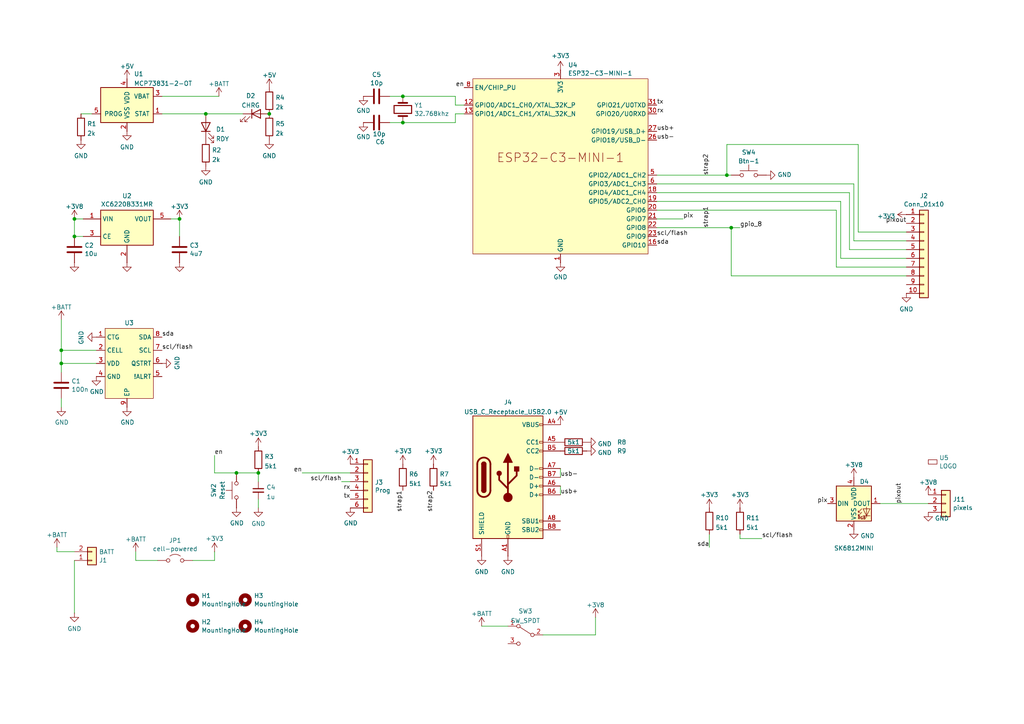
<source format=kicad_sch>
(kicad_sch (version 20250114) (generator "eeschema") (generator_version "9.0")
  (paper "A4")
  (lib_symbols
    (symbol "0_aaaaa_yeah:R" (pin_numbers (hide yes)) (pin_names (offset 0))
      (property "Reference" "R" (at 2.032 0 90))
      (property "Value" "R" (at 0 0 90))
      (symbol "R_0_1"
        (rectangle (start -1.016 -2.54) (end 1.016 2.54) (stroke (width 0.254)))
      )
      (symbol "R_1_1"
        (pin passive line (at 0 3.81 270) (length 1.27) (name "~") (number "1"))
        (pin passive line (at 0 -3.81 90) (length 1.27) (name "~") (number "2"))
      )
    )
    (symbol "AnymaLib-06:MAX17048"
      (property "Reference" "U" (at 0.254 20.066 0))
      (symbol "MAX17048_1_1"
        (rectangle (start -6.35 19.05) (end 7.62 -1.27) (fill (type background)))
        (pin input line (at -8.89 16.51 0) (length 2.54) (name "CTG") (number "1"))
        (pin input line (at -8.89 12.7 0) (length 2.54) (name "CELL") (number "2"))
        (pin input line (at -8.89 8.89 0) (length 2.54) (name "VDD") (number "3"))
        (pin input line (at -8.89 5.08 0) (length 2.54) (name "GND") (number "4"))
        (pin input line (at 0 -3.81 90) (length 2.54) (name "EP") (number "9"))
        (pin input line (at 10.16 16.51 180) (length 2.54) (name "SDA") (number "8"))
        (pin input line (at 10.16 12.7 180) (length 2.54) (name "SCL") (number "7"))
        (pin input line (at 10.16 8.89 180) (length 2.54) (name "QSTRT") (number "6"))
        (pin input line (at 10.16 5.08 180) (length 2.54) (name "!ALRT") (number "5"))
      )
    )
    (symbol "Anyma_Library:LOGO" (pin_names (offset 1.016))
      (property "Reference" "U" (at 0 3.81 0))
      (property "Value" "LOGO" (at 0 0 0))
      (symbol "LOGO_0_1"
        (rectangle (start -1.27 2.54) (end 1.27 1.27))
      )
    )
    (symbol "Battery_Management:MCP73831-2-OT" (pin_names (offset 1.016))
      (property "Reference" "U" (at -7.62 6.35 0))
      (property "Value" "MCP73831-2-OT" (at 1.27 6.35 0))
      (symbol "MCP73831-2-OT_0_1"
        (rectangle (start -7.62 5.08) (end 7.62 -5.08) (stroke (width 0.254)) (fill (type background)))
      )
      (symbol "MCP73831-2-OT_1_1"
        (pin input line (at -10.16 -2.54 0) (length 2.54) (name "PROG") (number "5"))
        (pin power_in line (at 0 7.62 270) (length 2.54) (name "VDD") (number "4"))
        (pin power_in line (at 0 -7.62 90) (length 2.54) (name "VSS") (number "2"))
        (pin power_out line (at 10.16 2.54 180) (length 2.54) (name "VBAT") (number "3"))
        (pin output line (at 10.16 -2.54 180) (length 2.54) (name "STAT") (number "1"))
      )
    )
    (symbol "Connector:USB_C_Receptacle_USB2.0" (pin_names (offset 1.016))
      (property "Reference" "J" (at -10.16 19.05 0))
      (property "Value" "USB_C_Receptacle_USB2.0" (at 19.05 19.05 0))
      (symbol "USB_C_Receptacle_USB2.0_0_0"
        (rectangle (start -0.254 -17.78) (end 0.254 -16.764))
        (rectangle (start 10.16 15.494) (end 9.144 14.986))
        (rectangle (start 10.16 10.414) (end 9.144 9.906))
        (rectangle (start 10.16 7.874) (end 9.144 7.366))
        (rectangle (start 10.16 2.794) (end 9.144 2.286))
        (rectangle (start 10.16 0.254) (end 9.144 -0.254))
        (rectangle (start 10.16 -2.286) (end 9.144 -2.794))
        (rectangle (start 10.16 -4.826) (end 9.144 -5.334))
        (rectangle (start 10.16 -12.446) (end 9.144 -12.954))
        (rectangle (start 10.16 -14.986) (end 9.144 -15.494))
      )
      (symbol "USB_C_Receptacle_USB2.0_0_1"
        (rectangle (start -10.16 17.78) (end 10.16 -17.78) (stroke (width 0.254)) (fill (type background)))
        (polyline (pts (xy -8.89 -3.81) (xy -8.89 3.81)) (stroke (width 0.508)))
        (rectangle (start -7.62 -3.81) (end -6.35 3.81) (stroke (width 0.254)) (fill (type outline)))
        (arc (start -7.62 3.81) (mid -6.985 4.4422) (end -6.35 3.81) (stroke (width 0.254)))
        (arc (start -7.62 3.81) (mid -6.985 4.4422) (end -6.35 3.81) (stroke (width 0.254)) (fill (type outline)))
        (arc (start -8.89 3.81) (mid -6.985 5.7066) (end -5.08 3.81) (stroke (width 0.508)))
        (arc (start -5.08 -3.81) (mid -6.985 -5.7066) (end -8.89 -3.81) (stroke (width 0.508)))
        (arc (start -6.35 -3.81) (mid -6.985 -4.4422) (end -7.62 -3.81) (stroke (width 0.254)))
        (arc (start -6.35 -3.81) (mid -6.985 -4.4422) (end -7.62 -3.81) (stroke (width 0.254)) (fill (type outline)))
        (polyline (pts (xy -5.08 3.81) (xy -5.08 -3.81)) (stroke (width 0.508)))
        (circle (center -2.54 1.143) (radius 0.635) (stroke (width 0.254)) (fill (type outline)))
        (polyline (pts (xy -1.27 4.318) (xy 0 6.858) (xy 1.27 4.318) (xy -1.27 4.318)) (stroke (width 0.254)) (fill (type outline)))
        (polyline (pts (xy 0 -2.032) (xy 2.54 0.508) (xy 2.54 1.778)) (stroke (width 0.508)))
        (polyline (pts (xy 0 -3.302) (xy -2.54 -0.762) (xy -2.54 0.508)) (stroke (width 0.508)))
        (polyline (pts (xy 0 -5.842) (xy 0 4.318)) (stroke (width 0.508)))
        (circle (center 0 -5.842) (radius 1.27) (fill (type outline)))
        (rectangle (start 1.905 1.778) (end 3.175 3.048) (stroke (width 0.254)) (fill (type outline)))
      )
      (symbol "USB_C_Receptacle_USB2.0_1_1"
        (pin passive line (at -7.62 -22.86 90) (length 5.08) (name "SHIELD") (number "S1"))
        (pin passive line (at 0 -22.86 90) (length 5.08) (name "GND") (number "A1"))
        (pin passive line (at 0 -22.86 90) (length 5.08) (hide yes) (name "GND") (number "A12"))
        (pin passive line (at 0 -22.86 90) (length 5.08) (hide yes) (name "GND") (number "B1"))
        (pin passive line (at 0 -22.86 90) (length 5.08) (hide yes) (name "GND") (number "B12"))
        (pin passive line (at 15.24 15.24 180) (length 5.08) (name "VBUS") (number "A4"))
        (pin passive line (at 15.24 15.24 180) (length 5.08) (hide yes) (name "VBUS") (number "A9"))
        (pin passive line (at 15.24 15.24 180) (length 5.08) (hide yes) (name "VBUS") (number "B4"))
        (pin passive line (at 15.24 15.24 180) (length 5.08) (hide yes) (name "VBUS") (number "B9"))
        (pin bidirectional line (at 15.24 10.16 180) (length 5.08) (name "CC1") (number "A5"))
        (pin bidirectional line (at 15.24 7.62 180) (length 5.08) (name "CC2") (number "B5"))
        (pin bidirectional line (at 15.24 2.54 180) (length 5.08) (name "D-") (number "A7"))
        (pin bidirectional line (at 15.24 0 180) (length 5.08) (name "D-") (number "B7"))
        (pin bidirectional line (at 15.24 -2.54 180) (length 5.08) (name "D+") (number "A6"))
        (pin bidirectional line (at 15.24 -5.08 180) (length 5.08) (name "D+") (number "B6"))
        (pin bidirectional line (at 15.24 -12.7 180) (length 5.08) (name "SBU1") (number "A8"))
        (pin bidirectional line (at 15.24 -15.24 180) (length 5.08) (name "SBU2") (number "B8"))
      )
    )
    (symbol "Connector_Generic:Conn_01x02" (pin_names (offset 1.016) (hide yes))
      (property "Reference" "J" (at 0 2.54 0))
      (property "Value" "Conn_01x02" (at 0 -5.08 0))
      (symbol "Conn_01x02_1_1"
        (rectangle (start -1.27 1.27) (end 1.27 -3.81) (stroke (width 0.254)) (fill (type background)))
        (rectangle (start -1.27 0.127) (end 0 -0.127) (stroke (width 0.1524)))
        (rectangle (start -1.27 -2.413) (end 0 -2.667) (stroke (width 0.1524)))
        (pin passive line (at -5.08 0 0) (length 3.81) (name "Pin_1") (number "1"))
        (pin passive line (at -5.08 -2.54 0) (length 3.81) (name "Pin_2") (number "2"))
      )
    )
    (symbol "Connector_Generic:Conn_01x03" (pin_names (offset 1.016) (hide yes))
      (property "Reference" "J" (at 0 5.08 0))
      (property "Value" "Conn_01x03" (at 0 -5.08 0))
      (symbol "Conn_01x03_1_1"
        (rectangle (start -1.27 3.81) (end 1.27 -3.81) (stroke (width 0.254)) (fill (type background)))
        (rectangle (start -1.27 2.667) (end 0 2.413) (stroke (width 0.1524)))
        (rectangle (start -1.27 0.127) (end 0 -0.127) (stroke (width 0.1524)))
        (rectangle (start -1.27 -2.413) (end 0 -2.667) (stroke (width 0.1524)))
        (pin passive line (at -5.08 2.54 0) (length 3.81) (name "Pin_1") (number "1"))
        (pin passive line (at -5.08 0 0) (length 3.81) (name "Pin_2") (number "2"))
        (pin passive line (at -5.08 -2.54 0) (length 3.81) (name "Pin_3") (number "3"))
      )
    )
    (symbol "Connector_Generic:Conn_01x06" (pin_names (offset 1.016) (hide yes))
      (property "Reference" "J" (at 0 7.62 0))
      (property "Value" "Conn_01x06" (at 0 -10.16 0))
      (symbol "Conn_01x06_1_1"
        (rectangle (start -1.27 6.35) (end 1.27 -8.89) (stroke (width 0.254)) (fill (type background)))
        (rectangle (start -1.27 5.207) (end 0 4.953) (stroke (width 0.1524)))
        (rectangle (start -1.27 2.667) (end 0 2.413) (stroke (width 0.1524)))
        (rectangle (start -1.27 0.127) (end 0 -0.127) (stroke (width 0.1524)))
        (rectangle (start -1.27 -2.413) (end 0 -2.667) (stroke (width 0.1524)))
        (rectangle (start -1.27 -4.953) (end 0 -5.207) (stroke (width 0.1524)))
        (rectangle (start -1.27 -7.493) (end 0 -7.747) (stroke (width 0.1524)))
        (pin passive line (at -5.08 5.08 0) (length 3.81) (name "Pin_1") (number "1"))
        (pin passive line (at -5.08 2.54 0) (length 3.81) (name "Pin_2") (number "2"))
        (pin passive line (at -5.08 0 0) (length 3.81) (name "Pin_3") (number "3"))
        (pin passive line (at -5.08 -2.54 0) (length 3.81) (name "Pin_4") (number "4"))
        (pin passive line (at -5.08 -5.08 0) (length 3.81) (name "Pin_5") (number "5"))
        (pin passive line (at -5.08 -7.62 0) (length 3.81) (name "Pin_6") (number "6"))
      )
    )
    (symbol "Connector_Generic:Conn_01x10" (pin_names (offset 1.016) (hide yes))
      (property "Reference" "J" (at 0 12.7 0))
      (property "Value" "Conn_01x10" (at 0 -15.24 0))
      (symbol "Conn_01x10_1_1"
        (rectangle (start -1.27 11.43) (end 1.27 -13.97) (stroke (width 0.254)) (fill (type background)))
        (rectangle (start -1.27 10.287) (end 0 10.033) (stroke (width 0.1524)))
        (rectangle (start -1.27 7.747) (end 0 7.493) (stroke (width 0.1524)))
        (rectangle (start -1.27 5.207) (end 0 4.953) (stroke (width 0.1524)))
        (rectangle (start -1.27 2.667) (end 0 2.413) (stroke (width 0.1524)))
        (rectangle (start -1.27 0.127) (end 0 -0.127) (stroke (width 0.1524)))
        (rectangle (start -1.27 -2.413) (end 0 -2.667) (stroke (width 0.1524)))
        (rectangle (start -1.27 -4.953) (end 0 -5.207) (stroke (width 0.1524)))
        (rectangle (start -1.27 -7.493) (end 0 -7.747) (stroke (width 0.1524)))
        (rectangle (start -1.27 -10.033) (end 0 -10.287) (stroke (width 0.1524)))
        (rectangle (start -1.27 -12.573) (end 0 -12.827) (stroke (width 0.1524)))
        (pin passive line (at -5.08 10.16 0) (length 3.81) (name "Pin_1") (number "1"))
        (pin passive line (at -5.08 7.62 0) (length 3.81) (name "Pin_2") (number "2"))
        (pin passive line (at -5.08 5.08 0) (length 3.81) (name "Pin_3") (number "3"))
        (pin passive line (at -5.08 2.54 0) (length 3.81) (name "Pin_4") (number "4"))
        (pin passive line (at -5.08 0 0) (length 3.81) (name "Pin_5") (number "5"))
        (pin passive line (at -5.08 -2.54 0) (length 3.81) (name "Pin_6") (number "6"))
        (pin passive line (at -5.08 -5.08 0) (length 3.81) (name "Pin_7") (number "7"))
        (pin passive line (at -5.08 -7.62 0) (length 3.81) (name "Pin_8") (number "8"))
        (pin passive line (at -5.08 -10.16 0) (length 3.81) (name "Pin_9") (number "9"))
        (pin passive line (at -5.08 -12.7 0) (length 3.81) (name "Pin_10") (number "10"))
      )
    )
    (symbol "Device:C" (pin_numbers (hide yes)) (pin_names (offset 0.254))
      (property "Reference" "C" (at 0.635 2.54 0))
      (property "Value" "C" (at 0.635 -2.54 0))
      (symbol "C_0_1"
        (polyline (pts (xy -2.032 0.762) (xy 2.032 0.762)) (stroke (width 0.508)))
        (polyline (pts (xy -2.032 -0.762) (xy 2.032 -0.762)) (stroke (width 0.508)))
      )
      (symbol "C_1_1"
        (pin passive line (at 0 3.81 270) (length 2.794) (name "~") (number "1"))
        (pin passive line (at 0 -3.81 90) (length 2.794) (name "~") (number "2"))
      )
    )
    (symbol "Device:Crystal" (pin_numbers (hide yes)) (pin_names (offset 1.016) (hide yes))
      (property "Reference" "Y" (at 0 3.81 0))
      (property "Value" "Crystal" (at 0 -3.81 0))
      (symbol "Crystal_0_1"
        (polyline (pts (xy -2.54 0) (xy -1.905 0)))
        (polyline (pts (xy -1.905 -1.27) (xy -1.905 1.27)) (stroke (width 0.508)))
        (rectangle (start -1.143 2.54) (end 1.143 -2.54) (stroke (width 0.3048)))
        (polyline (pts (xy 1.905 -1.27) (xy 1.905 1.27)) (stroke (width 0.508)))
        (polyline (pts (xy 2.54 0) (xy 1.905 0)))
      )
      (symbol "Crystal_1_1"
        (pin passive line (at -3.81 0 0) (length 1.27) (name "1") (number "1"))
        (pin passive line (at 3.81 0 180) (length 1.27) (name "2") (number "2"))
      )
    )
    (symbol "Device:LED" (pin_numbers (hide yes)) (pin_names (offset 1.016) (hide yes))
      (property "Reference" "D" (at 0 2.54 0))
      (property "Value" "LED" (at 0 -2.54 0))
      (symbol "LED_0_1"
        (polyline (pts (xy -3.048 -0.762) (xy -4.572 -2.286) (xy -3.81 -2.286) (xy -4.572 -2.286) (xy -4.572 -1.524)))
        (polyline (pts (xy -1.778 -0.762) (xy -3.302 -2.286) (xy -2.54 -2.286) (xy -3.302 -2.286) (xy -3.302 -1.524)))
        (polyline (pts (xy -1.27 0) (xy 1.27 0)))
        (polyline (pts (xy -1.27 -1.27) (xy -1.27 1.27)) (stroke (width 0.254)))
        (polyline (pts (xy 1.27 -1.27) (xy 1.27 1.27) (xy -1.27 0) (xy 1.27 -1.27)) (stroke (width 0.254)))
      )
      (symbol "LED_1_1"
        (pin passive line (at -3.81 0 0) (length 2.54) (name "K") (number "1"))
        (pin passive line (at 3.81 0 180) (length 2.54) (name "A") (number "2"))
      )
    )
    (symbol "Device:R" (pin_numbers (hide yes)) (pin_names (offset 0))
      (property "Reference" "R" (at 2.032 0 90))
      (property "Value" "R" (at 0 0 90))
      (symbol "R_0_1"
        (rectangle (start -1.016 -2.54) (end 1.016 2.54) (stroke (width 0.254)))
      )
      (symbol "R_1_1"
        (pin passive line (at 0 3.81 270) (length 1.27) (name "~") (number "1"))
        (pin passive line (at 0 -3.81 90) (length 1.27) (name "~") (number "2"))
      )
    )
    (symbol "Jumper:Jumper_2_Open" (pin_numbers (hide yes)) (pin_names (offset 0) (hide yes))
      (property "Reference" "JP" (at 0 2.794 0))
      (property "Value" "Jumper_2_Open" (at 0 -2.286 0))
      (symbol "Jumper_2_Open_0_0"
        (circle (center -2.032 0) (radius 0.508))
        (circle (center 2.032 0) (radius 0.508))
      )
      (symbol "Jumper_2_Open_0_1"
        (arc (start -1.524 1.27) (mid 0 1.778) (end 1.524 1.27))
      )
      (symbol "Jumper_2_Open_1_1"
        (pin passive line (at -5.08 0 0) (length 2.54) (name "A") (number "1"))
        (pin passive line (at 5.08 0 180) (length 2.54) (name "B") (number "2"))
      )
    )
    (symbol "Mechanical:MountingHole" (pin_names (offset 1.016)) (exclude_from_sim yes) (in_bom no)
      (property "Reference" "H" (at 0 5.08 0))
      (property "Value" "MountingHole" (at 0 3.175 0))
      (symbol "MountingHole_0_1"
        (circle (center 0 0) (radius 1.27) (stroke (width 1.27)))
      )
    )
    (symbol "PCM_Espressif:ESP32-C3-MINI-1"
      (property "Reference" "U" (at -25.4 30.48 0))
      (property "Value" "ESP32-C3-MINI-1" (at -25.4 27.94 0))
      (symbol "ESP32-C3-MINI-1_0_0"
        (text "ESP32-C3-MINI-1" (at 0 2.54 0) (effects (font (size 2.54 2.54))))
      )
      (symbol "ESP32-C3-MINI-1_0_1"
        (rectangle (start -25.4 25.4) (end 25.4 -25.4) (fill (type background)))
      )
      (symbol "ESP32-C3-MINI-1_1_1"
        (pin input line (at -27.94 22.86 0) (length 2.54) (name "EN/CHIP_PU") (number "8"))
        (pin bidirectional line (at -27.94 17.78 0) (length 2.54) (name "GPIO0/ADC1_CH0/XTAL_32K_P") (number "12"))
        (pin bidirectional line (at -27.94 15.24 0) (length 2.54) (name "GPIO1/ADC1_CH1/XTAL_32K_N") (number "13"))
        (pin no_connect line (at -25.4 10.16 0) (length 2.54) (hide yes) (name "NC") (number "4"))
        (pin no_connect line (at -25.4 7.62 0) (length 2.54) (hide yes) (name "NC") (number "7"))
        (pin no_connect line (at -25.4 5.08 0) (length 2.54) (hide yes) (name "NC") (number "9"))
        (pin no_connect line (at -25.4 2.54 0) (length 2.54) (hide yes) (name "NC") (number "10"))
        (pin no_connect line (at -25.4 0 0) (length 2.54) (hide yes) (name "NC") (number "15"))
        (pin no_connect line (at -25.4 -2.54 0) (length 2.54) (hide yes) (name "NC") (number "17"))
        (pin no_connect line (at -25.4 -5.08 0) (length 2.54) (hide yes) (name "NC") (number "24"))
        (pin no_connect line (at -25.4 -7.62 0) (length 2.54) (hide yes) (name "NC") (number "25"))
        (pin no_connect line (at -25.4 -10.16 0) (length 2.54) (hide yes) (name "NC") (number "28"))
        (pin no_connect line (at -25.4 -12.7 0) (length 2.54) (hide yes) (name "NC") (number "29"))
        (pin no_connect line (at -25.4 -15.24 0) (length 2.54) (hide yes) (name "NC") (number "32"))
        (pin no_connect line (at -25.4 -17.78 0) (length 2.54) (hide yes) (name "NC") (number "33"))
        (pin no_connect line (at -25.4 -20.32 0) (length 2.54) (hide yes) (name "NC") (number "34"))
        (pin no_connect line (at -25.4 -22.86 0) (length 2.54) (hide yes) (name "NC") (number "35"))
        (pin power_in line (at 0 27.94 270) (length 2.54) (name "3V3") (number "3"))
        (pin power_in line (at 0 -27.94 90) (length 2.54) (name "GND") (number "1"))
        (pin passive line (at 0 -27.94 90) (length 2.54) (hide yes) (name "GND") (number "11"))
        (pin passive line (at 0 -27.94 90) (length 2.54) (hide yes) (name "GND") (number "14"))
        (pin passive line (at 0 -27.94 90) (length 2.54) (hide yes) (name "GND") (number "2"))
        (pin passive line (at 0 -27.94 90) (length 2.54) (hide yes) (name "GND") (number "36"))
        (pin passive line (at 0 -27.94 90) (length 2.54) (hide yes) (name "GND") (number "37"))
        (pin passive line (at 0 -27.94 90) (length 2.54) (hide yes) (name "GND") (number "38"))
        (pin passive line (at 0 -27.94 90) (length 2.54) (hide yes) (name "GND") (number "39"))
        (pin passive line (at 0 -27.94 90) (length 2.54) (hide yes) (name "GND") (number "40"))
        (pin passive line (at 0 -27.94 90) (length 2.54) (hide yes) (name "GND") (number "41"))
        (pin passive line (at 0 -27.94 90) (length 2.54) (hide yes) (name "GND") (number "42"))
        (pin passive line (at 0 -27.94 90) (length 2.54) (hide yes) (name "GND") (number "43"))
        (pin passive line (at 0 -27.94 90) (length 2.54) (hide yes) (name "GND") (number "44"))
        (pin passive line (at 0 -27.94 90) (length 2.54) (hide yes) (name "GND") (number "45"))
        (pin passive line (at 0 -27.94 90) (length 2.54) (hide yes) (name "GND") (number "46"))
        (pin passive line (at 0 -27.94 90) (length 2.54) (hide yes) (name "GND") (number "47"))
        (pin passive line (at 0 -27.94 90) (length 2.54) (hide yes) (name "GND") (number "48"))
        (pin passive line (at 0 -27.94 90) (length 2.54) (hide yes) (name "GND") (number "49"))
        (pin passive line (at 0 -27.94 90) (length 2.54) (hide yes) (name "GND") (number "50"))
        (pin passive line (at 0 -27.94 90) (length 2.54) (hide yes) (name "GND") (number "51"))
        (pin passive line (at 0 -27.94 90) (length 2.54) (hide yes) (name "GND") (number "52"))
        (pin passive line (at 0 -27.94 90) (length 2.54) (hide yes) (name "GND") (number "53"))
        (pin bidirectional line (at 27.94 17.78 180) (length 2.54) (name "GPIO21/U0TXD") (number "31"))
        (pin bidirectional line (at 27.94 15.24 180) (length 2.54) (name "GPIO20/U0RXD") (number "30"))
        (pin bidirectional line (at 27.94 10.16 180) (length 2.54) (name "GPIO19/USB_D+") (number "27"))
        (pin bidirectional line (at 27.94 7.62 180) (length 2.54) (name "GPIO18/USB_D-") (number "26"))
        (pin bidirectional line (at 27.94 -2.54 180) (length 2.54) (name "GPIO2/ADC1_CH2") (number "5"))
        (pin bidirectional line (at 27.94 -5.08 180) (length 2.54) (name "GPIO3/ADC1_CH3") (number "6"))
        (pin bidirectional line (at 27.94 -7.62 180) (length 2.54) (name "GPIO4/ADC1_CH4") (number "18"))
        (pin bidirectional line (at 27.94 -10.16 180) (length 2.54) (name "GPIO5/ADC2_CH0") (number "19"))
        (pin bidirectional line (at 27.94 -12.7 180) (length 2.54) (name "GPIO6") (number "20"))
        (pin bidirectional line (at 27.94 -15.24 180) (length 2.54) (name "GPIO7") (number "21"))
        (pin bidirectional line (at 27.94 -17.78 180) (length 2.54) (name "GPIO8") (number "22"))
        (pin bidirectional line (at 27.94 -20.32 180) (length 2.54) (name "GPIO9") (number "23"))
        (pin bidirectional line (at 27.94 -22.86 180) (length 2.54) (name "GPIO10") (number "16"))
      )
    )
    (symbol "Regulator_Linear:XC6220B331MR"
      (property "Reference" "U" (at 0 8.89 0))
      (property "Value" "XC6220B331MR" (at 0 6.35 0))
      (symbol "XC6220B331MR_0_1"
        (rectangle (start -7.62 5.08) (end 7.62 -5.08) (stroke (width 0.254)) (fill (type background)))
      )
      (symbol "XC6220B331MR_1_1"
        (pin power_in line (at -12.7 2.54 0) (length 5.08) (name "VIN") (number "1"))
        (pin input line (at -12.7 -2.54 0) (length 5.08) (name "CE") (number "3"))
        (pin power_in line (at 0 -10.16 90) (length 5.08) (name "GND") (number "2"))
        (pin no_connect line (at 7.62 -2.54 180) (length 5.08) (hide yes) (name "NC") (number "4"))
        (pin power_out line (at 12.7 2.54 180) (length 5.08) (name "VOUT") (number "5"))
      )
    )
    (symbol "Switch:SW_SPDT" (pin_names (offset 0) (hide yes))
      (property "Reference" "SW" (at 0 4.318 0))
      (property "Value" "SW_SPDT" (at 0 -5.08 0))
      (symbol "SW_SPDT_0_0"
        (circle (center -2.032 0) (radius 0.508))
        (circle (center 2.032 -2.54) (radius 0.508))
      )
      (symbol "SW_SPDT_0_1"
        (polyline (pts (xy -1.524 0.254) (xy 1.651 2.286)))
        (circle (center 2.032 2.54) (radius 0.508))
      )
      (symbol "SW_SPDT_1_1"
        (pin passive line (at -5.08 0 0) (length 2.54) (name "B") (number "2"))
        (pin passive line (at 5.08 2.54 180) (length 2.54) (name "A") (number "1"))
        (pin passive line (at 5.08 -2.54 180) (length 2.54) (name "C") (number "3"))
      )
    )
    (symbol "nime2020-library:SW_Push" (pin_numbers (hide yes)) (pin_names (offset 1.016) (hide yes))
      (property "Reference" "SW" (at 1.27 2.54 0))
      (property "Value" "SW_Push" (at 0 -1.524 0))
      (symbol "SW_Push_0_1"
        (circle (center -2.032 0) (radius 0.508))
        (polyline (pts (xy 0 1.27) (xy 0 3.048)))
        (circle (center 2.032 0) (radius 0.508))
        (polyline (pts (xy 2.54 1.27) (xy -2.54 1.27)))
        (pin passive line (at -5.08 0 0) (length 2.54) (name "1") (number "1"))
        (pin passive line (at 5.08 0 180) (length 2.54) (name "2") (number "2"))
      )
    )
    (symbol "power:+3V3" (power) (pin_numbers (hide yes)) (pin_names (offset 0) (hide yes))
      (property "Value" "+3V3" (at 0 3.556 0))
      (symbol "+3V3_0_1"
        (polyline (pts (xy -0.762 1.27) (xy 0 2.54)))
        (polyline (pts (xy 0 2.54) (xy 0.762 1.27)))
        (polyline (pts (xy 0 0) (xy 0 2.54)))
      )
      (symbol "+3V3_1_1"
        (pin power_in line (at 0 0 90) (length 0) (name "~") (number "1"))
      )
    )
    (symbol "power:+3V8" (power) (pin_names (offset 0))
      (property "Value" "+3V8" (at 0 3.556 0))
      (symbol "+3V8_0_1"
        (polyline (pts (xy -0.762 1.27) (xy 0 2.54)))
        (polyline (pts (xy 0 2.54) (xy 0.762 1.27)))
        (polyline (pts (xy 0 0) (xy 0 2.54)))
      )
      (symbol "+3V8_1_1"
        (pin power_in line (at 0 0 90) (length 0) (hide yes) (name "+3V8") (number "1"))
      )
    )
    (symbol "power:+5V" (power) (pin_names (offset 0))
      (property "Value" "+5V" (at 0 3.556 0))
      (symbol "+5V_0_1"
        (polyline (pts (xy -0.762 1.27) (xy 0 2.54)))
        (polyline (pts (xy 0 2.54) (xy 0.762 1.27)))
        (polyline (pts (xy 0 0) (xy 0 2.54)))
      )
      (symbol "+5V_1_1"
        (pin power_in line (at 0 0 90) (length 0) (hide yes) (name "+5V") (number "1"))
      )
    )
    (symbol "power:+BATT" (power) (pin_names (offset 0))
      (property "Value" "+BATT" (at 0 3.556 0))
      (symbol "+BATT_0_1"
        (polyline (pts (xy -0.762 1.27) (xy 0 2.54)))
        (polyline (pts (xy 0 2.54) (xy 0.762 1.27)))
        (polyline (pts (xy 0 0) (xy 0 2.54)))
      )
      (symbol "+BATT_1_1"
        (pin power_in line (at 0 0 90) (length 0) (hide yes) (name "+BATT") (number "1"))
      )
    )
    (symbol "power:GND" (power) (pin_numbers (hide yes)) (pin_names (offset 0) (hide yes))
      (property "Value" "GND" (at 0 -3.81 0))
      (symbol "GND_0_1"
        (polyline (pts (xy 0 0) (xy 0 -1.27) (xy 1.27 -1.27) (xy 0 -2.54) (xy -1.27 -1.27) (xy 0 -1.27)))
      )
      (symbol "GND_1_1"
        (pin power_in line (at 0 0 270) (length 0) (name "~") (number "1"))
      )
    )
    (symbol "synkie_symbols:C_Small" (pin_numbers (hide yes)) (pin_names (offset 0.254) (hide yes))
      (property "Reference" "C" (at 0.254 1.778 0))
      (property "Value" "C_Small" (at 0.254 -2.032 0))
      (symbol "C_Small_0_1"
        (polyline (pts (xy -1.524 0.508) (xy 1.524 0.508)) (stroke (width 0.3048)))
        (polyline (pts (xy -1.524 -0.508) (xy 1.524 -0.508)) (stroke (width 0.3302)))
      )
      (symbol "C_Small_1_1"
        (pin passive line (at 0 2.54 270) (length 2.032) (name "~") (number "1"))
        (pin passive line (at 0 -2.54 90) (length 2.032) (name "~") (number "2"))
      )
    )
    (symbol "synkie_symbols:SK6812MINI" (pin_names (offset 0.254))
      (property "Reference" "D" (at 5.08 5.715 0))
      (property "Value" "SK6812MINI" (at 1.27 -5.715 0))
      (symbol "SK6812MINI_0_0"
        (text "RGB" (at 2.286 -4.191 0) (effects (font (size 0.762 0.762))))
      )
      (symbol "SK6812MINI_0_1"
        (polyline (pts (xy 1.27 -2.54) (xy 1.778 -2.54)))
        (polyline (pts (xy 1.27 -3.556) (xy 1.778 -3.556)))
        (polyline (pts (xy 2.286 -1.524) (xy 1.27 -2.54) (xy 1.27 -2.032)))
        (polyline (pts (xy 2.286 -2.54) (xy 1.27 -3.556) (xy 1.27 -3.048)))
        (polyline (pts (xy 3.683 -1.016) (xy 3.683 -3.556) (xy 3.683 -4.064)))
        (polyline (pts (xy 4.699 -1.524) (xy 2.667 -1.524) (xy 3.683 -3.556) (xy 4.699 -1.524)))
        (polyline (pts (xy 4.699 -3.556) (xy 2.667 -3.556)))
        (rectangle (start 5.08 5.08) (end -5.08 -5.08) (stroke (width 0.254)) (fill (type background)))
      )
      (symbol "SK6812MINI_1_1"
        (pin input line (at -7.62 0 0) (length 2.54) (name "DIN") (number "3"))
        (pin power_in line (at 0 7.62 270) (length 2.54) (name "VDD") (number "4"))
        (pin power_in line (at 0 -7.62 90) (length 2.54) (name "VSS") (number "2"))
        (pin output line (at 7.62 0 180) (length 2.54) (name "DOUT") (number "1"))
      )
    )
  )
  (junction (at 21.59 68.58))
  (junction (at 21.59 63.5))
  (junction (at 59.69 33.02))
  (junction (at 68.58 137.16))
  (junction (at 116.84 35.56))
  (junction (at 210.82 50.8))
  (junction (at 78.105 33.02))
  (junction (at 17.78 101.6))
  (junction (at 116.84 27.94))
  (junction (at 74.93 137.16))
  (junction (at 52.07 63.5))
  (junction (at 17.78 105.41))
  (junction (at 212.09 66.04))
  (wire (pts (xy 17.78 101.6) (xy 17.78 105.41)))
  (wire (pts (xy 243.84 58.42) (xy 243.84 74.93)))
  (wire (pts (xy 74.93 139.7) (xy 74.93 137.16)))
  (wire (pts (xy 243.84 74.93) (xy 262.89 74.93)))
  (wire (pts (xy 68.58 137.16) (xy 74.93 137.16)))
  (wire (pts (xy 24.13 68.58) (xy 21.59 68.58)))
  (wire (pts (xy 134.62 30.48) (xy 132.08 30.48)))
  (wire (pts (xy 46.99 27.94) (xy 63.5 27.94)))
  (wire (pts (xy 246.38 55.88) (xy 246.38 72.39)))
  (wire (pts (xy 255.27 146.05) (xy 269.24 146.05)))
  (wire (pts (xy 212.09 66.04) (xy 190.5 66.04)))
  (wire (pts (xy 17.78 115.57) (xy 17.78 118.11)))
  (wire (pts (xy 212.09 66.04) (xy 212.09 80.01)))
  (wire (pts (xy 157.48 184.15) (xy 172.72 184.15)))
  (wire (pts (xy 220.98 156.21) (xy 214.63 156.21)))
  (wire (pts (xy 172.72 179.07) (xy 172.72 184.15)))
  (wire (pts (xy 139.7 181.61) (xy 147.32 181.61)))
  (wire (pts (xy 62.23 132.08) (xy 62.23 137.16)))
  (wire (pts (xy 23.495 33.02) (xy 26.67 33.02)))
  (wire (pts (xy 17.78 101.6) (xy 27.94 101.6)))
  (wire (pts (xy 248.92 41.91) (xy 248.92 67.31)))
  (wire (pts (xy 113.03 35.56) (xy 116.84 35.56)))
  (wire (pts (xy 205.74 158.75) (xy 205.74 154.94)))
  (wire (pts (xy 17.78 105.41) (xy 27.94 105.41)))
  (wire (pts (xy 55.88 162.56) (xy 62.23 162.56)))
  (wire (pts (xy 212.09 80.01) (xy 262.89 80.01)))
  (wire (pts (xy 242.57 77.47) (xy 262.89 77.47)))
  (wire (pts (xy 46.99 33.02) (xy 59.69 33.02)))
  (wire (pts (xy 113.03 27.94) (xy 116.84 27.94)))
  (wire (pts (xy 246.38 72.39) (xy 262.89 72.39)))
  (wire (pts (xy 52.07 63.5) (xy 52.07 68.58)))
  (wire (pts (xy 132.08 33.02) (xy 132.08 35.56)))
  (wire (pts (xy 132.08 30.48) (xy 132.08 27.94)))
  (wire (pts (xy 190.5 55.88) (xy 246.38 55.88)))
  (wire (pts (xy 16.51 160.02) (xy 16.51 158.75)))
  (wire (pts (xy 132.08 35.56) (xy 116.84 35.56)))
  (wire (pts (xy 134.62 33.02) (xy 132.08 33.02)))
  (wire (pts (xy 210.82 50.8) (xy 210.82 41.91)))
  (wire (pts (xy 45.72 162.56) (xy 39.37 162.56)))
  (wire (pts (xy 190.5 60.96) (xy 242.57 60.96)))
  (wire (pts (xy 17.78 92.71) (xy 17.78 101.6)))
  (wire (pts (xy 210.82 50.8) (xy 212.09 50.8)))
  (wire (pts (xy 190.5 58.42) (xy 243.84 58.42)))
  (wire (pts (xy 21.59 162.56) (xy 21.59 177.8)))
  (wire (pts (xy 62.23 137.16) (xy 68.58 137.16)))
  (wire (pts (xy 21.59 68.58) (xy 21.59 63.5)))
  (wire (pts (xy 162.56 135.89) (xy 162.56 138.43)))
  (wire (pts (xy 21.59 160.02) (xy 16.51 160.02)))
  (wire (pts (xy 49.53 63.5) (xy 52.07 63.5)))
  (wire (pts (xy 59.69 33.02) (xy 70.485 33.02)))
  (wire (pts (xy 190.5 50.8) (xy 210.82 50.8)))
  (wire (pts (xy 190.5 63.5) (xy 198.12 63.5)))
  (wire (pts (xy 210.82 41.91) (xy 248.92 41.91)))
  (wire (pts (xy 248.92 67.31) (xy 262.89 67.31)))
  (wire (pts (xy 162.56 140.97) (xy 162.56 143.51)))
  (wire (pts (xy 99.06 139.7) (xy 101.6 139.7)))
  (wire (pts (xy 62.23 160.02) (xy 62.23 162.56)))
  (wire (pts (xy 21.59 63.5) (xy 24.13 63.5)))
  (wire (pts (xy 214.63 156.21) (xy 214.63 154.94)))
  (wire (pts (xy 242.57 60.96) (xy 242.57 77.47)))
  (wire (pts (xy 247.65 53.34) (xy 247.65 69.85)))
  (wire (pts (xy 214.63 66.04) (xy 212.09 66.04)))
  (wire (pts (xy 87.63 137.16) (xy 101.6 137.16)))
  (wire (pts (xy 17.78 105.41) (xy 17.78 107.95)))
  (wire (pts (xy 74.93 147.32) (xy 74.93 144.78)))
  (wire (pts (xy 247.65 69.85) (xy 262.89 69.85)))
  (wire (pts (xy 132.08 27.94) (xy 116.84 27.94)))
  (wire (pts (xy 39.37 162.56) (xy 39.37 160.02)))
  (wire (pts (xy 190.5 53.34) (xy 247.65 53.34)))
  (label "gpio_8" (at 214.63 66.04 0))
  (label "strap2" (at 205.74 50.8 90))
  (label "strap2" (at 125.73 142.24 270))
  (label "tx" (at 101.6 144.78 180))
  (label "en" (at 87.63 137.16 180))
  (label "sda" (at 46.99 97.79 0))
  (label "scl{slash}flash" (at 190.5 68.58 0))
  (label "pixout" (at 261.62 146.05 90))
  (label "pix" (at 240.03 146.05 180))
  (label "usb-" (at 190.5 40.64 0))
  (label "pixout" (at 262.89 64.77 180))
  (label "usb+" (at 190.5 38.1 0))
  (label "pix" (at 198.12 63.5 0))
  (label "usb+" (at 162.56 143.51 0))
  (label "sda" (at 190.5 71.12 0))
  (label "rx" (at 101.6 142.24 180))
  (label "usb-" (at 162.56 138.43 0))
  (label "tx" (at 190.5 30.48 0))
  (label "scl{slash}flash" (at 220.98 156.21 0))
  (label "sda" (at 205.74 158.75 180))
  (label "strap1" (at 205.74 66.04 90))
  (label "rx" (at 190.5 33.02 0))
  (label "en" (at 134.62 25.4 180))
  (label "scl{slash}flash" (at 99.06 139.7 180))
  (label "en" (at 62.23 132.08 0))
  (label "strap1" (at 116.84 142.24 270))
  (label "scl{slash}flash" (at 46.99 101.6 0))
  (symbol (lib_id "Device:C") (at 52.07 72.39 0) (unit 1)
    (property "Reference" "C3" (at 54.991 71.1778 0) (effects (justify left)))
    (property "Value" "4u7" (at 54.991 73.6021 0) (effects (justify left)))
    (property "Footprint" "Capacitor_SMD:C_0805_2012Metric" (effects (hide yes)))
    (property "Description" "Unpolarized capacitor" (effects (hide yes)))
  )
  (symbol (lib_id "power:+3V3") (at 74.93 129.54 0) (unit 1)
    (property "Reference" "#PWR020" (effects (hide yes)))
    (property "Value" "+3V3" (at 74.93 125.73 0))
  )
  (symbol (lib_id "power:GND") (at 101.6 147.32 0) (unit 1)
    (property "Reference" "#PWR025" (effects (hide yes)))
    (property "Value" "GND" (at 101.727 151.7142 0))
  )
  (symbol (lib_id "PCM_Espressif:ESP32-C3-MINI-1") (at 162.56 48.26 0) (unit 1)
    (property "Reference" "U4" (at 164.7541 18.8425 0) (effects (justify left)))
    (property "Value" "ESP32-C3-MINI-1" (at 164.7541 21.2668 0) (effects (justify left)))
    (property "Footprint" "Anyma06:ESP32-C3-MINI-1" (effects (hide yes)))
    (property "Datasheet" "https://www.espressif.com/sites/default/files/documentation/esp32-c3-mini-1_datasheet_en.pdf" (effects (hide yes)))
    (property "Description" "ESP32-C3-MINI-1 family is an ultra-low-power MCU-based SoC solution that supports 2.4 GHz Wi-Fi and Bluetooth®Low Energy (Bluetooth LE)." (effects (hide yes)))
  )
  (symbol (lib_id "Connector_Generic:Conn_01x10") (at 267.97 72.39 0) (unit 1)
    (property "Reference" "J2" (at 267.97 56.8155 0))
    (property "Value" "Conn_01x10" (at 267.97 59.2398 0))
    (property "Footprint" "Connector_IDC:IDC-Header_2x05_P2.54mm_Vertical" (effects (hide yes)))
    (property "Description" "Generic connector, single row, 01x10, script generated (kicad-library-utils/schlib/autogen/connector/)" (effects (hide yes)))
  )
  (symbol (lib_id "power:+3V3") (at 262.89 62.23 90) (mirror x) (unit 1)
    (property "Reference" "#PWR044" (effects (hide yes)))
    (property "Value" "+3V3" (at 259.715 62.709 90) (effects (justify left)))
  )
  (symbol (lib_id "power:+5V") (at 36.83 22.86 0) (unit 1)
    (property "Reference" "#PWR010" (effects (hide yes)))
    (property "Value" "+5V" (at 36.83 19.2555 0))
  )
  (symbol (lib_id "power:GND") (at 170.18 130.81 90) (unit 1)
    (property "Reference" "#PWR036" (effects (hide yes)))
    (property "Value" "GND" (at 173.355 131.289 90) (effects (justify right)))
  )
  (symbol (lib_id "Device:R") (at 125.73 138.43 0) (unit 1)
    (property "Reference" "R7" (at 127.508 137.5215 0) (effects (justify left)))
    (property "Value" "5k1" (at 127.508 140.2966 0) (effects (justify left)))
    (property "Footprint" "Resistor_SMD:R_0603_1608Metric" (effects (hide yes)))
  )
  (symbol (lib_id "0_aaaaa_yeah:R") (at 78.105 29.21 0) (unit 1)
    (property "Reference" "R4" (at 79.883 28.3015 0) (effects (justify left)))
    (property "Value" "2k" (at 79.883 31.0766 0) (effects (justify left)))
    (property "Footprint" "Resistor_SMD:R_0603_1608Metric" (effects (hide yes)))
  )
  (symbol (lib_id "power:+3V3") (at 116.84 134.62 0) (unit 1)
    (property "Reference" "#PWR026" (effects (hide yes)))
    (property "Value" "+3V3" (at 116.84 130.81 0))
  )
  (symbol (lib_id "0_aaaaa_yeah:R") (at 78.105 36.83 0) (unit 1)
    (property "Reference" "R5" (at 79.883 35.9215 0) (effects (justify left)))
    (property "Value" "2k" (at 79.883 38.6966 0) (effects (justify left)))
    (property "Footprint" "Resistor_SMD:R_0603_1608Metric" (effects (hide yes)))
  )
  (symbol (lib_id "0_aaaaa_yeah:R") (at 166.37 130.81 90) (unit 1)
    (property "Reference" "R9" (at 180.34 130.81 90))
    (property "Value" "5k1" (at 166.37 130.81 90))
    (property "Footprint" "Resistor_SMD:R_0603_1608Metric" (effects (hide yes)))
  )
  (symbol (lib_id "0_aaaaa_yeah:R") (at 166.37 128.27 90) (unit 1)
    (property "Reference" "R8" (at 180.34 128.27 90))
    (property "Value" "5k1" (at 166.37 128.27 90))
    (property "Footprint" "Resistor_SMD:R_0603_1608Metric" (effects (hide yes)))
  )
  (symbol (lib_id "power:GND") (at 36.83 38.1 0) (unit 1)
    (property "Reference" "#PWR011" (effects (hide yes)))
    (property "Value" "GND" (at 36.83 42.6625 0))
  )
  (symbol (lib_id "Mechanical:MountingHole") (at 55.88 173.99 0) (unit 1) (exclude_from_sim yes) (in_bom no)
    (property "Reference" "H1" (at 58.42 172.7778 0) (effects (justify left)))
    (property "Value" "MountingHole" (at 58.42 175.2021 0) (effects (justify left)))
    (property "Footprint" "MountingHole:MountingHole_2.7mm_M2.5" (effects (hide yes)))
    (property "Description" "Mounting Hole without connection" (effects (hide yes)))
  )
  (symbol (lib_id "power:+3V8") (at 21.59 63.5 0) (unit 1)
    (property "Reference" "#PWR03" (effects (hide yes)))
    (property "Value" "+3V8" (at 21.59 59.8955 0))
  )
  (symbol (lib_id "power:GND") (at 36.83 118.11 0) (unit 1)
    (property "Reference" "#PWR013" (effects (hide yes)))
    (property "Value" "GND" (at 36.957 122.5042 0))
  )
  (symbol (lib_id "power:GND") (at 262.89 85.09 0) (mirror y) (unit 1)
    (property "Reference" "#PWR045" (effects (hide yes)))
    (property "Value" "GND" (at 262.89 89.6525 0))
  )
  (symbol (lib_id "Mechanical:MountingHole") (at 71.12 173.99 0) (unit 1) (exclude_from_sim yes) (in_bom no)
    (property "Reference" "H3" (at 73.66 172.7778 0) (effects (justify left)))
    (property "Value" "MountingHole" (at 73.66 175.2021 0) (effects (justify left)))
    (property "Footprint" "MountingHole:MountingHole_2.7mm_M2.5" (effects (hide yes)))
    (property "Description" "Mounting Hole without connection" (effects (hide yes)))
  )
  (symbol (lib_id "power:GND") (at 74.93 147.32 0) (unit 1)
    (property "Reference" "#PWR021" (effects (hide yes)))
    (property "Value" "GND" (at 74.93 151.8825 0))
  )
  (symbol (lib_id "Connector_Generic:Conn_01x06") (at 106.68 139.7 0) (unit 1)
    (property "Reference" "J3" (at 108.712 139.9032 0) (effects (justify left)))
    (property "Value" "Prog" (at 108.712 142.2146 0) (effects (justify left)))
    (property "Footprint" "Anyma06:ESP-POGO-PROG-THT" (effects (hide yes)))
  )
  (symbol (lib_id "0_aaaaa_yeah:R") (at 23.495 36.83 0) (unit 1)
    (property "Reference" "R1" (at 25.273 35.9215 0) (effects (justify left)))
    (property "Value" "2k" (at 25.273 38.6966 0) (effects (justify left)))
    (property "Footprint" "Resistor_SMD:R_0603_1608Metric" (effects (hide yes)))
  )
  (symbol (lib_id "Regulator_Linear:XC6220B331MR") (at 36.83 66.04 0) (unit 1)
    (property "Reference" "U2" (at 36.83 56.8155 0))
    (property "Value" "XC6220B331MR" (at 36.83 59.2398 0))
    (property "Footprint" "Package_TO_SOT_SMD:SOT-23-5" (effects (hide yes)))
    (property "Datasheet" "https://www.torexsemi.com/file/xc6220/XC6220.pdf" (effects (hide yes)))
    (property "Description" "1A, Low Drop-out Voltage Regulator, Fixed Output 3.3V, SOT-23-5" (effects (hide yes)))
  )
  (symbol (lib_id "power:+3V3") (at 101.6 134.62 0) (unit 1)
    (property "Reference" "#PWR024" (effects (hide yes)))
    (property "Value" "+3V3" (at 101.6 131.0155 0))
  )
  (symbol (lib_id "power:GND") (at 46.99 105.41 90) (unit 1)
    (property "Reference" "#PWR014" (effects (hide yes)))
    (property "Value" "GND" (at 51.3842 105.283 0))
  )
  (symbol (lib_id "Battery_Management:MCP73831-2-OT") (at 36.83 30.48 0) (unit 1)
    (property "Reference" "U1" (at 38.8494 21.4335 0) (effects (justify left)))
    (property "Value" "MCP73831-2-OT" (at 38.8494 24.2086 0) (effects (justify left)))
    (property "Footprint" "Package_TO_SOT_SMD:SOT-23-5" (effects (hide yes)))
    (property "Datasheet" "http://ww1.microchip.com/downloads/en/DeviceDoc/20001984g.pdf" (effects (hide yes)))
  )
  (symbol (lib_id "power:GND") (at 78.105 40.64 0) (unit 1)
    (property "Reference" "#PWR023" (effects (hide yes)))
    (property "Value" "GND" (at 78.105 45.2025 0))
  )
  (symbol (lib_id "Anyma_Library:LOGO") (at 270.51 135.89 0) (unit 1)
    (property "Reference" "U5" (at 272.415 132.7728 0) (effects (justify left)))
    (property "Value" "LOGO" (at 272.415 135.1971 0) (effects (justify left)))
    (property "Footprint" "anyma_footprints:logo_anyma" (effects (hide yes)))
  )
  (symbol (lib_id "power:GND") (at 21.59 76.2 0) (mirror y) (unit 1)
    (property "Reference" "#PWR04" (effects (hide yes)))
    (property "Value" "GND" (effects (hide yes)))
  )
  (symbol (lib_id "Device:C") (at 21.59 72.39 0) (unit 1)
    (property "Reference" "C2" (at 24.511 71.1778 0) (effects (justify left)))
    (property "Value" "10u" (at 24.511 73.6021 0) (effects (justify left)))
    (property "Footprint" "Capacitor_SMD:C_0805_2012Metric" (effects (hide yes)))
    (property "Description" "Unpolarized capacitor" (effects (hide yes)))
  )
  (symbol (lib_id "nime2020-library:SW_Push") (at 217.17 50.8 0) (unit 1)
    (property "Reference" "SW4" (at 217.17 44.1792 0))
    (property "Value" "Btn-1" (at 217.17 46.7161 0))
    (property "Footprint" "Anyma06:DDS001" (effects (hide yes)))
  )
  (symbol (lib_id "nime2020-library:SW_Push") (at 68.58 142.24 90) (unit 1)
    (property "Reference" "SW2" (at 61.9592 142.24 0))
    (property "Value" "Reset" (at 64.4961 142.24 0))
    (property "Footprint" "Button_Switch_SMD:SW_Push_1P1T_NO_CK_KMR2" (effects (hide yes)))
  )
  (symbol (lib_id "power:GND") (at 36.83 76.2 0) (mirror y) (unit 1)
    (property "Reference" "#PWR012" (effects (hide yes)))
    (property "Value" "GND" (effects (hide yes)))
  )
  (symbol (lib_id "power:+3V3") (at 205.74 147.32 0) (unit 1)
    (property "Reference" "#PWR038" (effects (hide yes)))
    (property "Value" "+3V3" (at 205.74 143.51 0))
  )
  (symbol (lib_id "power:GND") (at 162.56 76.2 0) (unit 1)
    (property "Reference" "#PWR034" (effects (hide yes)))
    (property "Value" "GND" (at 162.56 80.3331 0))
    (property "Description" "Power symbol creates a global label with name \"GND\" , ground" (effects (hide yes)))
  )
  (symbol (lib_id "Device:C") (at 109.22 35.56 90) (unit 1)
    (property "Reference" "C6" (at 110.236 41.148 90))
    (property "Value" "10p" (at 109.982 38.862 90))
    (property "Footprint" "Capacitor_SMD:C_0805_2012Metric_Pad1.18x1.45mm_HandSolder" (effects (hide yes)))
    (property "Description" "Unpolarized capacitor" (effects (hide yes)))
  )
  (symbol (lib_id "Mechanical:MountingHole") (at 55.88 181.61 0) (unit 1) (exclude_from_sim yes) (in_bom no)
    (property "Reference" "H2" (at 58.42 180.3978 0) (effects (justify left)))
    (property "Value" "MountingHole" (at 58.42 182.8221 0) (effects (justify left)))
    (property "Footprint" "MountingHole:MountingHole_2.7mm_M2.5" (effects (hide yes)))
    (property "Description" "Mounting Hole without connection" (effects (hide yes)))
  )
  (symbol (lib_id "Device:C") (at 17.78 111.76 0) (unit 1)
    (property "Reference" "C1" (at 20.701 110.5478 0) (effects (justify left)))
    (property "Value" "100n" (at 20.701 112.9721 0) (effects (justify left)))
    (property "Footprint" "Capacitor_SMD:C_0603_1608Metric" (effects (hide yes)))
    (property "Description" "Unpolarized capacitor" (effects (hide yes)))
  )
  (symbol (lib_id "Device:R") (at 205.74 151.13 0) (unit 1)
    (property "Reference" "R10" (at 207.518 150.2215 0) (effects (justify left)))
    (property "Value" "5k1" (at 207.518 152.9966 0) (effects (justify left)))
    (property "Footprint" "Resistor_SMD:R_0603_1608Metric" (effects (hide yes)))
  )
  (symbol (lib_id "AnymaLib-06:MAX17048") (at 36.83 114.3 0) (unit 1)
    (property "Reference" "U3" (at 37.465 93.6569 0))
    (property "Footprint" "Package_DFN_QFN:TDFN-8-1EP_2x2mm_P0.5mm_EP0.8x1.2mm" (effects (hide yes)))
    (property "Datasheet" "https://www.mouser.ch/datasheet/2/609/MAX17048_MAX17049-3469099.pdf" (effects (hide yes)))
    (property "Description" "Fuel gauges for lithium-ion (Li+) batteries" (effects (hide yes)))
  )
  (symbol (lib_id "Device:R") (at 74.93 133.35 0) (unit 1)
    (property "Reference" "R3" (at 76.708 132.4415 0) (effects (justify left)))
    (property "Value" "5k1" (at 76.708 135.2166 0) (effects (justify left)))
    (property "Footprint" "Resistor_SMD:R_0603_1608Metric" (effects (hide yes)))
  )
  (symbol (lib_id "power:GND") (at 147.32 161.29 0) (unit 1)
    (property "Reference" "#PWR031" (effects (hide yes)))
    (property "Value" "GND" (at 147.32 165.8525 0))
  )
  (symbol (lib_id "power:+3V3") (at 214.63 147.32 0) (unit 1)
    (property "Reference" "#PWR039" (effects (hide yes)))
    (property "Value" "+3V3" (at 214.63 143.51 0))
  )
  (symbol (lib_id "power:+BATT") (at 63.5 27.94 0) (unit 1)
    (property "Reference" "#PWR018" (effects (hide yes)))
    (property "Value" "+BATT" (at 63.5 24.3355 0))
  )
  (symbol (lib_id "power:GND") (at 269.24 148.59 0) (unit 1)
    (property "Reference" "#PWR058" (effects (hide yes)))
    (property "Value" "GND" (at 271.145 150.339 0) (effects (justify left)))
  )
  (symbol (lib_id "Jumper:Jumper_2_Open") (at 50.8 162.56 0) (unit 1)
    (property "Reference" "JP1" (at 50.8 156.7645 0))
    (property "Value" "cell-powered" (at 50.8 159.1888 0))
    (property "Footprint" "Jumper:SolderJumper-2_P1.3mm_Open_RoundedPad1.0x1.5mm" (effects (hide yes)))
    (property "Description" "Jumper, 2-pole, open" (effects (hide yes)))
  )
  (symbol (lib_id "synkie_symbols:SK6812MINI") (at 247.65 146.05 0) (unit 1)
    (property "Reference" "D4" (at 250.698 139.7 0))
    (property "Value" "SK6812MINI" (at 247.65 159.004 0))
    (property "Footprint" "Anyma06:SK6812-MINI-HS" (effects (hide yes)))
    (property "Datasheet" "https://cdn-shop.adafruit.com/product-files/2686/SK6812MINI_REV.01-1-2.pdf" (effects (hide yes)))
  )
  (symbol (lib_id "Switch:SW_SPDT") (at 152.4 184.15 0) (mirror y) (unit 1)
    (property "Reference" "SW3" (at 152.4 177.2625 0))
    (property "Value" "SW_SPDT" (at 152.4 180.0376 0))
    (property "Footprint" "Button_Switch_THT:SW_Slide-03_Wuerth-WS-SLTV_10x2.5x6.4_P2.54mm" (effects (hide yes)))
  )
  (symbol (lib_id "power:+3V8") (at 269.24 143.51 0) (unit 1)
    (property "Reference" "#PWR057" (effects (hide yes)))
    (property "Value" "+3V8" (at 269.24 139.9055 0))
  )
  (symbol (lib_id "power:GND") (at 27.94 109.22 0) (unit 1)
    (property "Reference" "#PWR09" (effects (hide yes)))
    (property "Value" "GND" (at 28.067 113.6142 0))
  )
  (symbol (lib_id "Device:Crystal") (at 116.84 31.75 90) (unit 1)
    (property "Reference" "Y1" (at 120.1674 30.5378 90) (effects (justify right)))
    (property "Value" "32.768khz" (at 120.1674 32.9621 90) (effects (justify right)))
    (property "Footprint" "Crystal:Crystal_SMD_G8-2Pin_3.2x1.5mm" (effects (hide yes)))
    (property "Description" "Two pin crystal" (effects (hide yes)))
  )
  (symbol (lib_id "power:+5V") (at 162.56 123.19 0) (unit 1)
    (property "Reference" "#PWR032" (effects (hide yes)))
    (property "Value" "+5V" (at 162.56 119.5855 0))
  )
  (symbol (lib_id "power:GND") (at 21.59 177.8 0) (unit 1)
    (property "Reference" "#PWR06" (effects (hide yes)))
    (property "Value" "GND" (at 21.59 182.3625 0))
  )
  (symbol (lib_id "power:+BATT") (at 139.7 181.61 0) (mirror y) (unit 1)
    (property "Reference" "#PWR029" (effects (hide yes)))
    (property "Value" "+BATT" (at 139.7 178.0055 0))
  )
  (symbol (lib_id "Connector_Generic:Conn_01x03") (at 274.32 146.05 0) (unit 1)
    (property "Reference" "J11" (at 276.352 144.8378 0) (effects (justify left)))
    (property "Value" "pixels" (at 276.352 147.2621 0) (effects (justify left)))
    (property "Footprint" "Anyma06:ComboPinhead_03" (effects (hide yes)))
  )
  (symbol (lib_id "power:+3V3") (at 52.07 63.5 0) (unit 1)
    (property "Reference" "#PWR015" (effects (hide yes)))
    (property "Value" "+3V3" (at 52.07 59.8955 0))
  )
  (symbol (lib_id "power:GND") (at 105.41 35.56 0) (unit 1)
    (property "Reference" "#PWR041" (effects (hide yes)))
    (property "Value" "GND" (at 105.41 39.6931 0))
    (property "Description" "Power symbol creates a global label with name \"GND\" , ground" (effects (hide yes)))
  )
  (symbol (lib_id "power:+BATT") (at 17.78 92.71 0) (unit 1)
    (property "Reference" "#PWR01" (effects (hide yes)))
    (property "Value" "+BATT" (at 17.78 89.1055 0))
  )
  (symbol (lib_id "power:+BATT") (at 39.37 160.02 0) (unit 1)
    (property "Reference" "#PWR030" (effects (hide yes)))
    (property "Value" "+BATT" (at 39.37 156.4155 0))
  )
  (symbol (lib_id "power:+BATT") (at 16.51 158.75 0) (unit 1)
    (property "Reference" "#PWR05" (effects (hide yes)))
    (property "Value" "+BATT" (at 16.51 155.1455 0))
  )
  (symbol (lib_id "power:GND") (at 27.94 97.79 270) (unit 1)
    (property "Reference" "#PWR08" (effects (hide yes)))
    (property "Value" "GND" (at 23.5458 97.917 0))
  )
  (symbol (lib_id "0_aaaaa_yeah:R") (at 59.69 44.45 0) (unit 1)
    (property "Reference" "R2" (at 61.468 43.5415 0) (effects (justify left)))
    (property "Value" "2k" (at 61.468 46.3166 0) (effects (justify left)))
    (property "Footprint" "Resistor_SMD:R_0603_1608Metric" (effects (hide yes)))
  )
  (symbol (lib_id "power:GND") (at 52.07 76.2 0) (mirror y) (unit 1)
    (property "Reference" "#PWR016" (effects (hide yes)))
    (property "Value" "GND" (effects (hide yes)))
  )
  (symbol (lib_id "Device:R") (at 214.63 151.13 0) (unit 1)
    (property "Reference" "R11" (at 216.408 150.2215 0) (effects (justify left)))
    (property "Value" "5k1" (at 216.408 152.9966 0) (effects (justify left)))
    (property "Footprint" "Resistor_SMD:R_0603_1608Metric" (effects (hide yes)))
  )
  (symbol (lib_id "power:GND") (at 17.78 118.11 0) (unit 1)
    (property "Reference" "#PWR02" (effects (hide yes)))
    (property "Value" "GND" (at 17.907 122.5042 0))
  )
  (symbol (lib_id "power:+3V3") (at 125.73 134.62 0) (unit 1)
    (property "Reference" "#PWR027" (effects (hide yes)))
    (property "Value" "+3V3" (at 125.73 130.81 0))
  )
  (symbol (lib_id "power:GND") (at 23.495 40.64 0) (unit 1)
    (property "Reference" "#PWR07" (effects (hide yes)))
    (property "Value" "GND" (at 23.495 45.2025 0))
  )
  (symbol (lib_id "Device:LED") (at 74.295 33.02 0) (unit 1)
    (property "Reference" "D2" (at 72.7075 27.7835 0))
    (property "Value" "CHRG" (at 72.7075 30.5586 0))
    (property "Footprint" "LED_SMD:LED_0805_2012Metric" (effects (hide yes)))
  )
  (symbol (lib_id "Mechanical:MountingHole") (at 71.12 181.61 0) (unit 1) (exclude_from_sim yes) (in_bom no)
    (property "Reference" "H4" (at 73.66 180.3978 0) (effects (justify left)))
    (property "Value" "MountingHole" (at 73.66 182.8221 0) (effects (justify left)))
    (property "Footprint" "MountingHole:MountingHole_2.7mm_M2.5" (effects (hide yes)))
    (property "Description" "Mounting Hole without connection" (effects (hide yes)))
  )
  (symbol (lib_id "power:+3V3") (at 162.56 20.32 0) (unit 1)
    (property "Reference" "#PWR033" (effects (hide yes)))
    (property "Value" "+3V3" (at 162.56 16.1869 0))
    (property "Description" "Power symbol creates a global label with name \"+3V3\"" (effects (hide yes)))
  )
  (symbol (lib_id "Device:LED") (at 59.69 36.83 90) (unit 1)
    (property "Reference" "D1" (at 62.611 37.509 90) (effects (justify right)))
    (property "Value" "RDY" (at 62.611 40.2841 90) (effects (justify right)))
    (property "Footprint" "LED_SMD:LED_0805_2012Metric" (effects (hide yes)))
  )
  (symbol (lib_id "power:GND") (at 59.69 48.26 0) (unit 1)
    (property "Reference" "#PWR017" (effects (hide yes)))
    (property "Value" "GND" (at 59.69 52.8225 0))
  )
  (symbol (lib_id "power:+5V") (at 78.105 25.4 0) (unit 1)
    (property "Reference" "#PWR022" (effects (hide yes)))
    (property "Value" "+5V" (at 78.105 21.7955 0))
  )
  (symbol (lib_id "Device:C") (at 109.22 27.94 90) (unit 1)
    (property "Reference" "C5" (at 109.22 21.6365 90))
    (property "Value" "10p" (at 109.22 24.0608 90))
    (property "Footprint" "Capacitor_SMD:C_0805_2012Metric_Pad1.18x1.45mm_HandSolder" (effects (hide yes)))
    (property "Description" "Unpolarized capacitor" (effects (hide yes)))
  )
  (symbol (lib_id "power:+3V8") (at 172.72 179.07 0) (unit 1)
    (property "Reference" "#PWR037" (effects (hide yes)))
    (property "Value" "+3V8" (at 172.72 175.4655 0))
  )
  (symbol (lib_id "Connector:USB_C_Receptacle_USB2.0") (at 147.32 138.43 0) (unit 1)
    (property "Reference" "J4" (at 147.32 116.6835 0))
    (property "Value" "USB_C_Receptacle_USB2.0" (at 147.32 119.4586 0))
    (property "Footprint" "synkie_footprints:JAE_USB-C_SJ122205" (effects (hide yes)))
    (property "Datasheet" "https://www.usb.org/sites/default/files/documents/usb_type-c.zip" (effects (hide yes)))
  )
  (symbol (lib_id "power:GND") (at 247.65 153.67 0) (unit 1)
    (property "Reference" "#PWR047" (effects (hide yes)))
    (property "Value" "GND" (at 249.555 155.419 0) (effects (justify left)))
  )
  (symbol (lib_id "Connector_Generic:Conn_01x02") (at 26.67 162.56 0) (mirror x) (unit 1)
    (property "Reference" "J1" (at 28.702 162.5022 0) (effects (justify left)))
    (property "Value" "BATT" (at 28.702 160.0779 0) (effects (justify left)))
    (property "Footprint" "Connector_PinHeader_2.54mm:PinHeader_1x02_P2.54mm_Horizontal" (effects (hide yes)))
    (property "Description" "Generic connector, single row, 01x02, script generated (kicad-library-utils/schlib/autogen/connector/)" (effects (hide yes)))
  )
  (symbol (lib_id "power:GND") (at 222.25 50.8 90) (unit 1)
    (property "Reference" "#PWR042" (effects (hide yes)))
    (property "Value" "GND" (at 225.5012 50.673 90) (effects (justify right)))
  )
  (symbol (lib_id "power:GND") (at 105.41 27.94 0) (unit 1)
    (property "Reference" "#PWR040" (effects (hide yes)))
    (property "Value" "GND" (at 105.41 32.0731 0))
    (property "Description" "Power symbol creates a global label with name \"GND\" , ground" (effects (hide yes)))
  )
  (symbol (lib_id "power:GND") (at 139.7 161.29 0) (unit 1)
    (property "Reference" "#PWR028" (effects (hide yes)))
    (property "Value" "GND" (at 139.7 165.8525 0))
  )
  (symbol (lib_id "power:+3V3") (at 62.23 160.02 0) (unit 1)
    (property "Reference" "#PWR043" (effects (hide yes)))
    (property "Value" "+3V3" (at 62.23 156.21 0))
  )
  (symbol (lib_id "power:+3V8") (at 247.65 138.43 0) (unit 1)
    (property "Reference" "#PWR059" (effects (hide yes)))
    (property "Value" "+3V8" (at 247.65 134.8255 0))
  )
  (symbol (lib_id "power:GND") (at 170.18 128.27 90) (unit 1)
    (property "Reference" "#PWR035" (effects (hide yes)))
    (property "Value" "GND" (at 173.355 128.749 90) (effects (justify right)))
  )
  (symbol (lib_id "synkie_symbols:C_Small") (at 74.93 142.24 0) (unit 1)
    (property "Reference" "C4" (at 77.2541 141.3378 0) (effects (justify left)))
    (property "Value" "1u" (at 77.2541 144.1129 0) (effects (justify left)))
    (property "Footprint" "Capacitor_SMD:C_0603_1608Metric" (effects (hide yes)))
  )
  (symbol (lib_id "Device:R") (at 116.84 138.43 0) (unit 1)
    (property "Reference" "R6" (at 118.618 137.5215 0) (effects (justify left)))
    (property "Value" "5k1" (at 118.618 140.2966 0) (effects (justify left)))
    (property "Footprint" "Resistor_SMD:R_0603_1608Metric" (effects (hide yes)))
  )
  (symbol (lib_id "power:GND") (at 68.58 147.32 0) (unit 1)
    (property "Reference" "#PWR019" (effects (hide yes)))
    (property "Value" "GND" (at 68.707 151.7142 0))
  )
)
</source>
